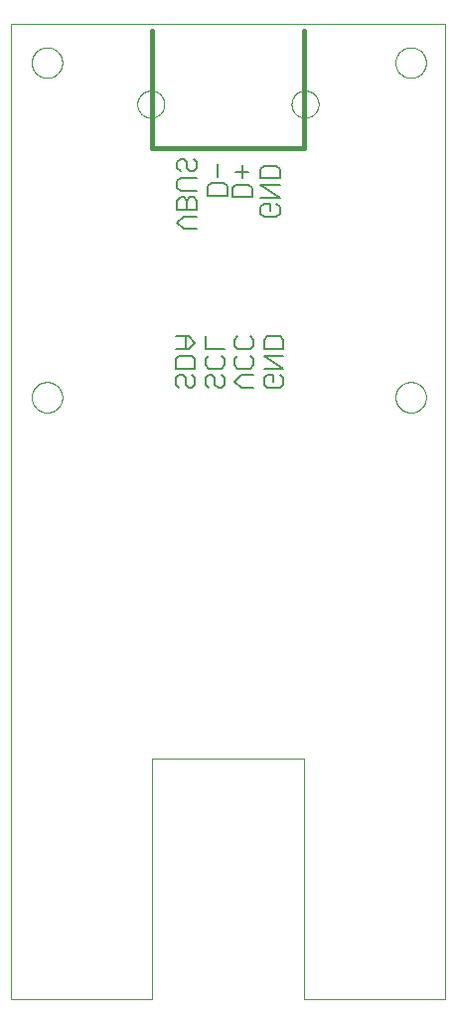
<source format=gbo>
G75*
%MOIN*%
%OFA0B0*%
%FSLAX25Y25*%
%IPPOS*%
%LPD*%
%AMOC8*
5,1,8,0,0,1.08239X$1,22.5*
%
%ADD10C,0.00000*%
%ADD11C,0.00600*%
%ADD12C,0.01600*%
D10*
X0001000Y0006757D02*
X0048244Y0006757D01*
X0048244Y0087309D01*
X0099425Y0087309D01*
X0099425Y0006757D01*
X0146669Y0006757D01*
X0146669Y0333608D01*
X0001000Y0333608D01*
X0001000Y0006757D01*
X0048244Y0006600D02*
X0048244Y0006757D01*
X0099425Y0006757D02*
X0099425Y0006600D01*
X0130060Y0208547D02*
X0130062Y0208690D01*
X0130068Y0208833D01*
X0130078Y0208975D01*
X0130092Y0209117D01*
X0130110Y0209259D01*
X0130132Y0209401D01*
X0130157Y0209541D01*
X0130187Y0209681D01*
X0130221Y0209820D01*
X0130258Y0209958D01*
X0130300Y0210095D01*
X0130345Y0210230D01*
X0130394Y0210364D01*
X0130446Y0210497D01*
X0130502Y0210629D01*
X0130562Y0210758D01*
X0130626Y0210886D01*
X0130693Y0211013D01*
X0130764Y0211137D01*
X0130838Y0211259D01*
X0130915Y0211379D01*
X0130996Y0211497D01*
X0131080Y0211613D01*
X0131167Y0211726D01*
X0131257Y0211837D01*
X0131351Y0211945D01*
X0131447Y0212051D01*
X0131546Y0212153D01*
X0131649Y0212253D01*
X0131753Y0212350D01*
X0131861Y0212445D01*
X0131971Y0212536D01*
X0132084Y0212624D01*
X0132199Y0212708D01*
X0132316Y0212790D01*
X0132436Y0212868D01*
X0132557Y0212943D01*
X0132681Y0213015D01*
X0132807Y0213083D01*
X0132934Y0213147D01*
X0133064Y0213208D01*
X0133195Y0213265D01*
X0133327Y0213319D01*
X0133461Y0213368D01*
X0133596Y0213415D01*
X0133733Y0213457D01*
X0133871Y0213495D01*
X0134009Y0213530D01*
X0134149Y0213560D01*
X0134289Y0213587D01*
X0134430Y0213610D01*
X0134572Y0213629D01*
X0134714Y0213644D01*
X0134857Y0213655D01*
X0134999Y0213662D01*
X0135142Y0213665D01*
X0135285Y0213664D01*
X0135428Y0213659D01*
X0135571Y0213650D01*
X0135713Y0213637D01*
X0135855Y0213620D01*
X0135996Y0213599D01*
X0136137Y0213574D01*
X0136277Y0213546D01*
X0136416Y0213513D01*
X0136554Y0213476D01*
X0136691Y0213436D01*
X0136827Y0213392D01*
X0136962Y0213344D01*
X0137095Y0213292D01*
X0137227Y0213237D01*
X0137357Y0213178D01*
X0137486Y0213115D01*
X0137612Y0213049D01*
X0137737Y0212979D01*
X0137860Y0212906D01*
X0137980Y0212830D01*
X0138099Y0212750D01*
X0138215Y0212666D01*
X0138329Y0212580D01*
X0138440Y0212490D01*
X0138549Y0212398D01*
X0138655Y0212302D01*
X0138759Y0212204D01*
X0138860Y0212102D01*
X0138957Y0211998D01*
X0139052Y0211891D01*
X0139144Y0211782D01*
X0139233Y0211670D01*
X0139319Y0211555D01*
X0139401Y0211439D01*
X0139480Y0211319D01*
X0139556Y0211198D01*
X0139628Y0211075D01*
X0139697Y0210950D01*
X0139762Y0210823D01*
X0139824Y0210694D01*
X0139882Y0210563D01*
X0139937Y0210431D01*
X0139987Y0210297D01*
X0140034Y0210162D01*
X0140078Y0210026D01*
X0140117Y0209889D01*
X0140152Y0209750D01*
X0140184Y0209611D01*
X0140212Y0209471D01*
X0140236Y0209330D01*
X0140256Y0209188D01*
X0140272Y0209046D01*
X0140284Y0208904D01*
X0140292Y0208761D01*
X0140296Y0208618D01*
X0140296Y0208476D01*
X0140292Y0208333D01*
X0140284Y0208190D01*
X0140272Y0208048D01*
X0140256Y0207906D01*
X0140236Y0207764D01*
X0140212Y0207623D01*
X0140184Y0207483D01*
X0140152Y0207344D01*
X0140117Y0207205D01*
X0140078Y0207068D01*
X0140034Y0206932D01*
X0139987Y0206797D01*
X0139937Y0206663D01*
X0139882Y0206531D01*
X0139824Y0206400D01*
X0139762Y0206271D01*
X0139697Y0206144D01*
X0139628Y0206019D01*
X0139556Y0205896D01*
X0139480Y0205775D01*
X0139401Y0205655D01*
X0139319Y0205539D01*
X0139233Y0205424D01*
X0139144Y0205312D01*
X0139052Y0205203D01*
X0138957Y0205096D01*
X0138860Y0204992D01*
X0138759Y0204890D01*
X0138655Y0204792D01*
X0138549Y0204696D01*
X0138440Y0204604D01*
X0138329Y0204514D01*
X0138215Y0204428D01*
X0138099Y0204344D01*
X0137980Y0204264D01*
X0137860Y0204188D01*
X0137737Y0204115D01*
X0137612Y0204045D01*
X0137486Y0203979D01*
X0137357Y0203916D01*
X0137227Y0203857D01*
X0137095Y0203802D01*
X0136962Y0203750D01*
X0136827Y0203702D01*
X0136691Y0203658D01*
X0136554Y0203618D01*
X0136416Y0203581D01*
X0136277Y0203548D01*
X0136137Y0203520D01*
X0135996Y0203495D01*
X0135855Y0203474D01*
X0135713Y0203457D01*
X0135571Y0203444D01*
X0135428Y0203435D01*
X0135285Y0203430D01*
X0135142Y0203429D01*
X0134999Y0203432D01*
X0134857Y0203439D01*
X0134714Y0203450D01*
X0134572Y0203465D01*
X0134430Y0203484D01*
X0134289Y0203507D01*
X0134149Y0203534D01*
X0134009Y0203564D01*
X0133871Y0203599D01*
X0133733Y0203637D01*
X0133596Y0203679D01*
X0133461Y0203726D01*
X0133327Y0203775D01*
X0133195Y0203829D01*
X0133064Y0203886D01*
X0132934Y0203947D01*
X0132807Y0204011D01*
X0132681Y0204079D01*
X0132557Y0204151D01*
X0132436Y0204226D01*
X0132316Y0204304D01*
X0132199Y0204386D01*
X0132084Y0204470D01*
X0131971Y0204558D01*
X0131861Y0204649D01*
X0131753Y0204744D01*
X0131649Y0204841D01*
X0131546Y0204941D01*
X0131447Y0205043D01*
X0131351Y0205149D01*
X0131257Y0205257D01*
X0131167Y0205368D01*
X0131080Y0205481D01*
X0130996Y0205597D01*
X0130915Y0205715D01*
X0130838Y0205835D01*
X0130764Y0205957D01*
X0130693Y0206081D01*
X0130626Y0206208D01*
X0130562Y0206336D01*
X0130502Y0206465D01*
X0130446Y0206597D01*
X0130394Y0206730D01*
X0130345Y0206864D01*
X0130300Y0206999D01*
X0130258Y0207136D01*
X0130221Y0207274D01*
X0130187Y0207413D01*
X0130157Y0207553D01*
X0130132Y0207693D01*
X0130110Y0207835D01*
X0130092Y0207977D01*
X0130078Y0208119D01*
X0130068Y0208261D01*
X0130062Y0208404D01*
X0130060Y0208547D01*
X0095173Y0306837D02*
X0095175Y0306971D01*
X0095181Y0307105D01*
X0095191Y0307239D01*
X0095205Y0307373D01*
X0095223Y0307506D01*
X0095244Y0307638D01*
X0095270Y0307770D01*
X0095300Y0307901D01*
X0095333Y0308031D01*
X0095370Y0308159D01*
X0095412Y0308287D01*
X0095456Y0308414D01*
X0095505Y0308539D01*
X0095557Y0308662D01*
X0095613Y0308784D01*
X0095673Y0308905D01*
X0095736Y0309023D01*
X0095802Y0309140D01*
X0095872Y0309254D01*
X0095945Y0309367D01*
X0096022Y0309477D01*
X0096102Y0309585D01*
X0096185Y0309690D01*
X0096271Y0309793D01*
X0096360Y0309893D01*
X0096452Y0309991D01*
X0096547Y0310086D01*
X0096645Y0310178D01*
X0096745Y0310267D01*
X0096848Y0310353D01*
X0096953Y0310436D01*
X0097061Y0310516D01*
X0097171Y0310593D01*
X0097284Y0310666D01*
X0097398Y0310736D01*
X0097515Y0310802D01*
X0097633Y0310865D01*
X0097754Y0310925D01*
X0097876Y0310981D01*
X0097999Y0311033D01*
X0098124Y0311082D01*
X0098251Y0311126D01*
X0098379Y0311168D01*
X0098507Y0311205D01*
X0098637Y0311238D01*
X0098768Y0311268D01*
X0098900Y0311294D01*
X0099032Y0311315D01*
X0099165Y0311333D01*
X0099299Y0311347D01*
X0099433Y0311357D01*
X0099567Y0311363D01*
X0099701Y0311365D01*
X0099835Y0311363D01*
X0099969Y0311357D01*
X0100103Y0311347D01*
X0100237Y0311333D01*
X0100370Y0311315D01*
X0100502Y0311294D01*
X0100634Y0311268D01*
X0100765Y0311238D01*
X0100895Y0311205D01*
X0101023Y0311168D01*
X0101151Y0311126D01*
X0101278Y0311082D01*
X0101403Y0311033D01*
X0101526Y0310981D01*
X0101648Y0310925D01*
X0101769Y0310865D01*
X0101887Y0310802D01*
X0102004Y0310736D01*
X0102118Y0310666D01*
X0102231Y0310593D01*
X0102341Y0310516D01*
X0102449Y0310436D01*
X0102554Y0310353D01*
X0102657Y0310267D01*
X0102757Y0310178D01*
X0102855Y0310086D01*
X0102950Y0309991D01*
X0103042Y0309893D01*
X0103131Y0309793D01*
X0103217Y0309690D01*
X0103300Y0309585D01*
X0103380Y0309477D01*
X0103457Y0309367D01*
X0103530Y0309254D01*
X0103600Y0309140D01*
X0103666Y0309023D01*
X0103729Y0308905D01*
X0103789Y0308784D01*
X0103845Y0308662D01*
X0103897Y0308539D01*
X0103946Y0308414D01*
X0103990Y0308287D01*
X0104032Y0308159D01*
X0104069Y0308031D01*
X0104102Y0307901D01*
X0104132Y0307770D01*
X0104158Y0307638D01*
X0104179Y0307506D01*
X0104197Y0307373D01*
X0104211Y0307239D01*
X0104221Y0307105D01*
X0104227Y0306971D01*
X0104229Y0306837D01*
X0104227Y0306703D01*
X0104221Y0306569D01*
X0104211Y0306435D01*
X0104197Y0306301D01*
X0104179Y0306168D01*
X0104158Y0306036D01*
X0104132Y0305904D01*
X0104102Y0305773D01*
X0104069Y0305643D01*
X0104032Y0305515D01*
X0103990Y0305387D01*
X0103946Y0305260D01*
X0103897Y0305135D01*
X0103845Y0305012D01*
X0103789Y0304890D01*
X0103729Y0304769D01*
X0103666Y0304651D01*
X0103600Y0304534D01*
X0103530Y0304420D01*
X0103457Y0304307D01*
X0103380Y0304197D01*
X0103300Y0304089D01*
X0103217Y0303984D01*
X0103131Y0303881D01*
X0103042Y0303781D01*
X0102950Y0303683D01*
X0102855Y0303588D01*
X0102757Y0303496D01*
X0102657Y0303407D01*
X0102554Y0303321D01*
X0102449Y0303238D01*
X0102341Y0303158D01*
X0102231Y0303081D01*
X0102118Y0303008D01*
X0102004Y0302938D01*
X0101887Y0302872D01*
X0101769Y0302809D01*
X0101648Y0302749D01*
X0101526Y0302693D01*
X0101403Y0302641D01*
X0101278Y0302592D01*
X0101151Y0302548D01*
X0101023Y0302506D01*
X0100895Y0302469D01*
X0100765Y0302436D01*
X0100634Y0302406D01*
X0100502Y0302380D01*
X0100370Y0302359D01*
X0100237Y0302341D01*
X0100103Y0302327D01*
X0099969Y0302317D01*
X0099835Y0302311D01*
X0099701Y0302309D01*
X0099567Y0302311D01*
X0099433Y0302317D01*
X0099299Y0302327D01*
X0099165Y0302341D01*
X0099032Y0302359D01*
X0098900Y0302380D01*
X0098768Y0302406D01*
X0098637Y0302436D01*
X0098507Y0302469D01*
X0098379Y0302506D01*
X0098251Y0302548D01*
X0098124Y0302592D01*
X0097999Y0302641D01*
X0097876Y0302693D01*
X0097754Y0302749D01*
X0097633Y0302809D01*
X0097515Y0302872D01*
X0097398Y0302938D01*
X0097284Y0303008D01*
X0097171Y0303081D01*
X0097061Y0303158D01*
X0096953Y0303238D01*
X0096848Y0303321D01*
X0096745Y0303407D01*
X0096645Y0303496D01*
X0096547Y0303588D01*
X0096452Y0303683D01*
X0096360Y0303781D01*
X0096271Y0303881D01*
X0096185Y0303984D01*
X0096102Y0304089D01*
X0096022Y0304197D01*
X0095945Y0304307D01*
X0095872Y0304420D01*
X0095802Y0304534D01*
X0095736Y0304651D01*
X0095673Y0304769D01*
X0095613Y0304890D01*
X0095557Y0305012D01*
X0095505Y0305135D01*
X0095456Y0305260D01*
X0095412Y0305387D01*
X0095370Y0305515D01*
X0095333Y0305643D01*
X0095300Y0305773D01*
X0095270Y0305904D01*
X0095244Y0306036D01*
X0095223Y0306168D01*
X0095205Y0306301D01*
X0095191Y0306435D01*
X0095181Y0306569D01*
X0095175Y0306703D01*
X0095173Y0306837D01*
X0130060Y0320752D02*
X0130062Y0320895D01*
X0130068Y0321038D01*
X0130078Y0321180D01*
X0130092Y0321322D01*
X0130110Y0321464D01*
X0130132Y0321606D01*
X0130157Y0321746D01*
X0130187Y0321886D01*
X0130221Y0322025D01*
X0130258Y0322163D01*
X0130300Y0322300D01*
X0130345Y0322435D01*
X0130394Y0322569D01*
X0130446Y0322702D01*
X0130502Y0322834D01*
X0130562Y0322963D01*
X0130626Y0323091D01*
X0130693Y0323218D01*
X0130764Y0323342D01*
X0130838Y0323464D01*
X0130915Y0323584D01*
X0130996Y0323702D01*
X0131080Y0323818D01*
X0131167Y0323931D01*
X0131257Y0324042D01*
X0131351Y0324150D01*
X0131447Y0324256D01*
X0131546Y0324358D01*
X0131649Y0324458D01*
X0131753Y0324555D01*
X0131861Y0324650D01*
X0131971Y0324741D01*
X0132084Y0324829D01*
X0132199Y0324913D01*
X0132316Y0324995D01*
X0132436Y0325073D01*
X0132557Y0325148D01*
X0132681Y0325220D01*
X0132807Y0325288D01*
X0132934Y0325352D01*
X0133064Y0325413D01*
X0133195Y0325470D01*
X0133327Y0325524D01*
X0133461Y0325573D01*
X0133596Y0325620D01*
X0133733Y0325662D01*
X0133871Y0325700D01*
X0134009Y0325735D01*
X0134149Y0325765D01*
X0134289Y0325792D01*
X0134430Y0325815D01*
X0134572Y0325834D01*
X0134714Y0325849D01*
X0134857Y0325860D01*
X0134999Y0325867D01*
X0135142Y0325870D01*
X0135285Y0325869D01*
X0135428Y0325864D01*
X0135571Y0325855D01*
X0135713Y0325842D01*
X0135855Y0325825D01*
X0135996Y0325804D01*
X0136137Y0325779D01*
X0136277Y0325751D01*
X0136416Y0325718D01*
X0136554Y0325681D01*
X0136691Y0325641D01*
X0136827Y0325597D01*
X0136962Y0325549D01*
X0137095Y0325497D01*
X0137227Y0325442D01*
X0137357Y0325383D01*
X0137486Y0325320D01*
X0137612Y0325254D01*
X0137737Y0325184D01*
X0137860Y0325111D01*
X0137980Y0325035D01*
X0138099Y0324955D01*
X0138215Y0324871D01*
X0138329Y0324785D01*
X0138440Y0324695D01*
X0138549Y0324603D01*
X0138655Y0324507D01*
X0138759Y0324409D01*
X0138860Y0324307D01*
X0138957Y0324203D01*
X0139052Y0324096D01*
X0139144Y0323987D01*
X0139233Y0323875D01*
X0139319Y0323760D01*
X0139401Y0323644D01*
X0139480Y0323524D01*
X0139556Y0323403D01*
X0139628Y0323280D01*
X0139697Y0323155D01*
X0139762Y0323028D01*
X0139824Y0322899D01*
X0139882Y0322768D01*
X0139937Y0322636D01*
X0139987Y0322502D01*
X0140034Y0322367D01*
X0140078Y0322231D01*
X0140117Y0322094D01*
X0140152Y0321955D01*
X0140184Y0321816D01*
X0140212Y0321676D01*
X0140236Y0321535D01*
X0140256Y0321393D01*
X0140272Y0321251D01*
X0140284Y0321109D01*
X0140292Y0320966D01*
X0140296Y0320823D01*
X0140296Y0320681D01*
X0140292Y0320538D01*
X0140284Y0320395D01*
X0140272Y0320253D01*
X0140256Y0320111D01*
X0140236Y0319969D01*
X0140212Y0319828D01*
X0140184Y0319688D01*
X0140152Y0319549D01*
X0140117Y0319410D01*
X0140078Y0319273D01*
X0140034Y0319137D01*
X0139987Y0319002D01*
X0139937Y0318868D01*
X0139882Y0318736D01*
X0139824Y0318605D01*
X0139762Y0318476D01*
X0139697Y0318349D01*
X0139628Y0318224D01*
X0139556Y0318101D01*
X0139480Y0317980D01*
X0139401Y0317860D01*
X0139319Y0317744D01*
X0139233Y0317629D01*
X0139144Y0317517D01*
X0139052Y0317408D01*
X0138957Y0317301D01*
X0138860Y0317197D01*
X0138759Y0317095D01*
X0138655Y0316997D01*
X0138549Y0316901D01*
X0138440Y0316809D01*
X0138329Y0316719D01*
X0138215Y0316633D01*
X0138099Y0316549D01*
X0137980Y0316469D01*
X0137860Y0316393D01*
X0137737Y0316320D01*
X0137612Y0316250D01*
X0137486Y0316184D01*
X0137357Y0316121D01*
X0137227Y0316062D01*
X0137095Y0316007D01*
X0136962Y0315955D01*
X0136827Y0315907D01*
X0136691Y0315863D01*
X0136554Y0315823D01*
X0136416Y0315786D01*
X0136277Y0315753D01*
X0136137Y0315725D01*
X0135996Y0315700D01*
X0135855Y0315679D01*
X0135713Y0315662D01*
X0135571Y0315649D01*
X0135428Y0315640D01*
X0135285Y0315635D01*
X0135142Y0315634D01*
X0134999Y0315637D01*
X0134857Y0315644D01*
X0134714Y0315655D01*
X0134572Y0315670D01*
X0134430Y0315689D01*
X0134289Y0315712D01*
X0134149Y0315739D01*
X0134009Y0315769D01*
X0133871Y0315804D01*
X0133733Y0315842D01*
X0133596Y0315884D01*
X0133461Y0315931D01*
X0133327Y0315980D01*
X0133195Y0316034D01*
X0133064Y0316091D01*
X0132934Y0316152D01*
X0132807Y0316216D01*
X0132681Y0316284D01*
X0132557Y0316356D01*
X0132436Y0316431D01*
X0132316Y0316509D01*
X0132199Y0316591D01*
X0132084Y0316675D01*
X0131971Y0316763D01*
X0131861Y0316854D01*
X0131753Y0316949D01*
X0131649Y0317046D01*
X0131546Y0317146D01*
X0131447Y0317248D01*
X0131351Y0317354D01*
X0131257Y0317462D01*
X0131167Y0317573D01*
X0131080Y0317686D01*
X0130996Y0317802D01*
X0130915Y0317920D01*
X0130838Y0318040D01*
X0130764Y0318162D01*
X0130693Y0318286D01*
X0130626Y0318413D01*
X0130562Y0318541D01*
X0130502Y0318670D01*
X0130446Y0318802D01*
X0130394Y0318935D01*
X0130345Y0319069D01*
X0130300Y0319204D01*
X0130258Y0319341D01*
X0130221Y0319479D01*
X0130187Y0319618D01*
X0130157Y0319758D01*
X0130132Y0319898D01*
X0130110Y0320040D01*
X0130092Y0320182D01*
X0130078Y0320324D01*
X0130068Y0320466D01*
X0130062Y0320609D01*
X0130060Y0320752D01*
X0043441Y0306837D02*
X0043443Y0306971D01*
X0043449Y0307105D01*
X0043459Y0307239D01*
X0043473Y0307373D01*
X0043491Y0307506D01*
X0043512Y0307638D01*
X0043538Y0307770D01*
X0043568Y0307901D01*
X0043601Y0308031D01*
X0043638Y0308159D01*
X0043680Y0308287D01*
X0043724Y0308414D01*
X0043773Y0308539D01*
X0043825Y0308662D01*
X0043881Y0308784D01*
X0043941Y0308905D01*
X0044004Y0309023D01*
X0044070Y0309140D01*
X0044140Y0309254D01*
X0044213Y0309367D01*
X0044290Y0309477D01*
X0044370Y0309585D01*
X0044453Y0309690D01*
X0044539Y0309793D01*
X0044628Y0309893D01*
X0044720Y0309991D01*
X0044815Y0310086D01*
X0044913Y0310178D01*
X0045013Y0310267D01*
X0045116Y0310353D01*
X0045221Y0310436D01*
X0045329Y0310516D01*
X0045439Y0310593D01*
X0045552Y0310666D01*
X0045666Y0310736D01*
X0045783Y0310802D01*
X0045901Y0310865D01*
X0046022Y0310925D01*
X0046144Y0310981D01*
X0046267Y0311033D01*
X0046392Y0311082D01*
X0046519Y0311126D01*
X0046647Y0311168D01*
X0046775Y0311205D01*
X0046905Y0311238D01*
X0047036Y0311268D01*
X0047168Y0311294D01*
X0047300Y0311315D01*
X0047433Y0311333D01*
X0047567Y0311347D01*
X0047701Y0311357D01*
X0047835Y0311363D01*
X0047969Y0311365D01*
X0048103Y0311363D01*
X0048237Y0311357D01*
X0048371Y0311347D01*
X0048505Y0311333D01*
X0048638Y0311315D01*
X0048770Y0311294D01*
X0048902Y0311268D01*
X0049033Y0311238D01*
X0049163Y0311205D01*
X0049291Y0311168D01*
X0049419Y0311126D01*
X0049546Y0311082D01*
X0049671Y0311033D01*
X0049794Y0310981D01*
X0049916Y0310925D01*
X0050037Y0310865D01*
X0050155Y0310802D01*
X0050272Y0310736D01*
X0050386Y0310666D01*
X0050499Y0310593D01*
X0050609Y0310516D01*
X0050717Y0310436D01*
X0050822Y0310353D01*
X0050925Y0310267D01*
X0051025Y0310178D01*
X0051123Y0310086D01*
X0051218Y0309991D01*
X0051310Y0309893D01*
X0051399Y0309793D01*
X0051485Y0309690D01*
X0051568Y0309585D01*
X0051648Y0309477D01*
X0051725Y0309367D01*
X0051798Y0309254D01*
X0051868Y0309140D01*
X0051934Y0309023D01*
X0051997Y0308905D01*
X0052057Y0308784D01*
X0052113Y0308662D01*
X0052165Y0308539D01*
X0052214Y0308414D01*
X0052258Y0308287D01*
X0052300Y0308159D01*
X0052337Y0308031D01*
X0052370Y0307901D01*
X0052400Y0307770D01*
X0052426Y0307638D01*
X0052447Y0307506D01*
X0052465Y0307373D01*
X0052479Y0307239D01*
X0052489Y0307105D01*
X0052495Y0306971D01*
X0052497Y0306837D01*
X0052495Y0306703D01*
X0052489Y0306569D01*
X0052479Y0306435D01*
X0052465Y0306301D01*
X0052447Y0306168D01*
X0052426Y0306036D01*
X0052400Y0305904D01*
X0052370Y0305773D01*
X0052337Y0305643D01*
X0052300Y0305515D01*
X0052258Y0305387D01*
X0052214Y0305260D01*
X0052165Y0305135D01*
X0052113Y0305012D01*
X0052057Y0304890D01*
X0051997Y0304769D01*
X0051934Y0304651D01*
X0051868Y0304534D01*
X0051798Y0304420D01*
X0051725Y0304307D01*
X0051648Y0304197D01*
X0051568Y0304089D01*
X0051485Y0303984D01*
X0051399Y0303881D01*
X0051310Y0303781D01*
X0051218Y0303683D01*
X0051123Y0303588D01*
X0051025Y0303496D01*
X0050925Y0303407D01*
X0050822Y0303321D01*
X0050717Y0303238D01*
X0050609Y0303158D01*
X0050499Y0303081D01*
X0050386Y0303008D01*
X0050272Y0302938D01*
X0050155Y0302872D01*
X0050037Y0302809D01*
X0049916Y0302749D01*
X0049794Y0302693D01*
X0049671Y0302641D01*
X0049546Y0302592D01*
X0049419Y0302548D01*
X0049291Y0302506D01*
X0049163Y0302469D01*
X0049033Y0302436D01*
X0048902Y0302406D01*
X0048770Y0302380D01*
X0048638Y0302359D01*
X0048505Y0302341D01*
X0048371Y0302327D01*
X0048237Y0302317D01*
X0048103Y0302311D01*
X0047969Y0302309D01*
X0047835Y0302311D01*
X0047701Y0302317D01*
X0047567Y0302327D01*
X0047433Y0302341D01*
X0047300Y0302359D01*
X0047168Y0302380D01*
X0047036Y0302406D01*
X0046905Y0302436D01*
X0046775Y0302469D01*
X0046647Y0302506D01*
X0046519Y0302548D01*
X0046392Y0302592D01*
X0046267Y0302641D01*
X0046144Y0302693D01*
X0046022Y0302749D01*
X0045901Y0302809D01*
X0045783Y0302872D01*
X0045666Y0302938D01*
X0045552Y0303008D01*
X0045439Y0303081D01*
X0045329Y0303158D01*
X0045221Y0303238D01*
X0045116Y0303321D01*
X0045013Y0303407D01*
X0044913Y0303496D01*
X0044815Y0303588D01*
X0044720Y0303683D01*
X0044628Y0303781D01*
X0044539Y0303881D01*
X0044453Y0303984D01*
X0044370Y0304089D01*
X0044290Y0304197D01*
X0044213Y0304307D01*
X0044140Y0304420D01*
X0044070Y0304534D01*
X0044004Y0304651D01*
X0043941Y0304769D01*
X0043881Y0304890D01*
X0043825Y0305012D01*
X0043773Y0305135D01*
X0043724Y0305260D01*
X0043680Y0305387D01*
X0043638Y0305515D01*
X0043601Y0305643D01*
X0043568Y0305773D01*
X0043538Y0305904D01*
X0043512Y0306036D01*
X0043491Y0306168D01*
X0043473Y0306301D01*
X0043459Y0306435D01*
X0043449Y0306569D01*
X0043443Y0306703D01*
X0043441Y0306837D01*
X0008013Y0320752D02*
X0008015Y0320895D01*
X0008021Y0321038D01*
X0008031Y0321180D01*
X0008045Y0321322D01*
X0008063Y0321464D01*
X0008085Y0321606D01*
X0008110Y0321746D01*
X0008140Y0321886D01*
X0008174Y0322025D01*
X0008211Y0322163D01*
X0008253Y0322300D01*
X0008298Y0322435D01*
X0008347Y0322569D01*
X0008399Y0322702D01*
X0008455Y0322834D01*
X0008515Y0322963D01*
X0008579Y0323091D01*
X0008646Y0323218D01*
X0008717Y0323342D01*
X0008791Y0323464D01*
X0008868Y0323584D01*
X0008949Y0323702D01*
X0009033Y0323818D01*
X0009120Y0323931D01*
X0009210Y0324042D01*
X0009304Y0324150D01*
X0009400Y0324256D01*
X0009499Y0324358D01*
X0009602Y0324458D01*
X0009706Y0324555D01*
X0009814Y0324650D01*
X0009924Y0324741D01*
X0010037Y0324829D01*
X0010152Y0324913D01*
X0010269Y0324995D01*
X0010389Y0325073D01*
X0010510Y0325148D01*
X0010634Y0325220D01*
X0010760Y0325288D01*
X0010887Y0325352D01*
X0011017Y0325413D01*
X0011148Y0325470D01*
X0011280Y0325524D01*
X0011414Y0325573D01*
X0011549Y0325620D01*
X0011686Y0325662D01*
X0011824Y0325700D01*
X0011962Y0325735D01*
X0012102Y0325765D01*
X0012242Y0325792D01*
X0012383Y0325815D01*
X0012525Y0325834D01*
X0012667Y0325849D01*
X0012810Y0325860D01*
X0012952Y0325867D01*
X0013095Y0325870D01*
X0013238Y0325869D01*
X0013381Y0325864D01*
X0013524Y0325855D01*
X0013666Y0325842D01*
X0013808Y0325825D01*
X0013949Y0325804D01*
X0014090Y0325779D01*
X0014230Y0325751D01*
X0014369Y0325718D01*
X0014507Y0325681D01*
X0014644Y0325641D01*
X0014780Y0325597D01*
X0014915Y0325549D01*
X0015048Y0325497D01*
X0015180Y0325442D01*
X0015310Y0325383D01*
X0015439Y0325320D01*
X0015565Y0325254D01*
X0015690Y0325184D01*
X0015813Y0325111D01*
X0015933Y0325035D01*
X0016052Y0324955D01*
X0016168Y0324871D01*
X0016282Y0324785D01*
X0016393Y0324695D01*
X0016502Y0324603D01*
X0016608Y0324507D01*
X0016712Y0324409D01*
X0016813Y0324307D01*
X0016910Y0324203D01*
X0017005Y0324096D01*
X0017097Y0323987D01*
X0017186Y0323875D01*
X0017272Y0323760D01*
X0017354Y0323644D01*
X0017433Y0323524D01*
X0017509Y0323403D01*
X0017581Y0323280D01*
X0017650Y0323155D01*
X0017715Y0323028D01*
X0017777Y0322899D01*
X0017835Y0322768D01*
X0017890Y0322636D01*
X0017940Y0322502D01*
X0017987Y0322367D01*
X0018031Y0322231D01*
X0018070Y0322094D01*
X0018105Y0321955D01*
X0018137Y0321816D01*
X0018165Y0321676D01*
X0018189Y0321535D01*
X0018209Y0321393D01*
X0018225Y0321251D01*
X0018237Y0321109D01*
X0018245Y0320966D01*
X0018249Y0320823D01*
X0018249Y0320681D01*
X0018245Y0320538D01*
X0018237Y0320395D01*
X0018225Y0320253D01*
X0018209Y0320111D01*
X0018189Y0319969D01*
X0018165Y0319828D01*
X0018137Y0319688D01*
X0018105Y0319549D01*
X0018070Y0319410D01*
X0018031Y0319273D01*
X0017987Y0319137D01*
X0017940Y0319002D01*
X0017890Y0318868D01*
X0017835Y0318736D01*
X0017777Y0318605D01*
X0017715Y0318476D01*
X0017650Y0318349D01*
X0017581Y0318224D01*
X0017509Y0318101D01*
X0017433Y0317980D01*
X0017354Y0317860D01*
X0017272Y0317744D01*
X0017186Y0317629D01*
X0017097Y0317517D01*
X0017005Y0317408D01*
X0016910Y0317301D01*
X0016813Y0317197D01*
X0016712Y0317095D01*
X0016608Y0316997D01*
X0016502Y0316901D01*
X0016393Y0316809D01*
X0016282Y0316719D01*
X0016168Y0316633D01*
X0016052Y0316549D01*
X0015933Y0316469D01*
X0015813Y0316393D01*
X0015690Y0316320D01*
X0015565Y0316250D01*
X0015439Y0316184D01*
X0015310Y0316121D01*
X0015180Y0316062D01*
X0015048Y0316007D01*
X0014915Y0315955D01*
X0014780Y0315907D01*
X0014644Y0315863D01*
X0014507Y0315823D01*
X0014369Y0315786D01*
X0014230Y0315753D01*
X0014090Y0315725D01*
X0013949Y0315700D01*
X0013808Y0315679D01*
X0013666Y0315662D01*
X0013524Y0315649D01*
X0013381Y0315640D01*
X0013238Y0315635D01*
X0013095Y0315634D01*
X0012952Y0315637D01*
X0012810Y0315644D01*
X0012667Y0315655D01*
X0012525Y0315670D01*
X0012383Y0315689D01*
X0012242Y0315712D01*
X0012102Y0315739D01*
X0011962Y0315769D01*
X0011824Y0315804D01*
X0011686Y0315842D01*
X0011549Y0315884D01*
X0011414Y0315931D01*
X0011280Y0315980D01*
X0011148Y0316034D01*
X0011017Y0316091D01*
X0010887Y0316152D01*
X0010760Y0316216D01*
X0010634Y0316284D01*
X0010510Y0316356D01*
X0010389Y0316431D01*
X0010269Y0316509D01*
X0010152Y0316591D01*
X0010037Y0316675D01*
X0009924Y0316763D01*
X0009814Y0316854D01*
X0009706Y0316949D01*
X0009602Y0317046D01*
X0009499Y0317146D01*
X0009400Y0317248D01*
X0009304Y0317354D01*
X0009210Y0317462D01*
X0009120Y0317573D01*
X0009033Y0317686D01*
X0008949Y0317802D01*
X0008868Y0317920D01*
X0008791Y0318040D01*
X0008717Y0318162D01*
X0008646Y0318286D01*
X0008579Y0318413D01*
X0008515Y0318541D01*
X0008455Y0318670D01*
X0008399Y0318802D01*
X0008347Y0318935D01*
X0008298Y0319069D01*
X0008253Y0319204D01*
X0008211Y0319341D01*
X0008174Y0319479D01*
X0008140Y0319618D01*
X0008110Y0319758D01*
X0008085Y0319898D01*
X0008063Y0320040D01*
X0008045Y0320182D01*
X0008031Y0320324D01*
X0008021Y0320466D01*
X0008015Y0320609D01*
X0008013Y0320752D01*
X0008013Y0208547D02*
X0008015Y0208690D01*
X0008021Y0208833D01*
X0008031Y0208975D01*
X0008045Y0209117D01*
X0008063Y0209259D01*
X0008085Y0209401D01*
X0008110Y0209541D01*
X0008140Y0209681D01*
X0008174Y0209820D01*
X0008211Y0209958D01*
X0008253Y0210095D01*
X0008298Y0210230D01*
X0008347Y0210364D01*
X0008399Y0210497D01*
X0008455Y0210629D01*
X0008515Y0210758D01*
X0008579Y0210886D01*
X0008646Y0211013D01*
X0008717Y0211137D01*
X0008791Y0211259D01*
X0008868Y0211379D01*
X0008949Y0211497D01*
X0009033Y0211613D01*
X0009120Y0211726D01*
X0009210Y0211837D01*
X0009304Y0211945D01*
X0009400Y0212051D01*
X0009499Y0212153D01*
X0009602Y0212253D01*
X0009706Y0212350D01*
X0009814Y0212445D01*
X0009924Y0212536D01*
X0010037Y0212624D01*
X0010152Y0212708D01*
X0010269Y0212790D01*
X0010389Y0212868D01*
X0010510Y0212943D01*
X0010634Y0213015D01*
X0010760Y0213083D01*
X0010887Y0213147D01*
X0011017Y0213208D01*
X0011148Y0213265D01*
X0011280Y0213319D01*
X0011414Y0213368D01*
X0011549Y0213415D01*
X0011686Y0213457D01*
X0011824Y0213495D01*
X0011962Y0213530D01*
X0012102Y0213560D01*
X0012242Y0213587D01*
X0012383Y0213610D01*
X0012525Y0213629D01*
X0012667Y0213644D01*
X0012810Y0213655D01*
X0012952Y0213662D01*
X0013095Y0213665D01*
X0013238Y0213664D01*
X0013381Y0213659D01*
X0013524Y0213650D01*
X0013666Y0213637D01*
X0013808Y0213620D01*
X0013949Y0213599D01*
X0014090Y0213574D01*
X0014230Y0213546D01*
X0014369Y0213513D01*
X0014507Y0213476D01*
X0014644Y0213436D01*
X0014780Y0213392D01*
X0014915Y0213344D01*
X0015048Y0213292D01*
X0015180Y0213237D01*
X0015310Y0213178D01*
X0015439Y0213115D01*
X0015565Y0213049D01*
X0015690Y0212979D01*
X0015813Y0212906D01*
X0015933Y0212830D01*
X0016052Y0212750D01*
X0016168Y0212666D01*
X0016282Y0212580D01*
X0016393Y0212490D01*
X0016502Y0212398D01*
X0016608Y0212302D01*
X0016712Y0212204D01*
X0016813Y0212102D01*
X0016910Y0211998D01*
X0017005Y0211891D01*
X0017097Y0211782D01*
X0017186Y0211670D01*
X0017272Y0211555D01*
X0017354Y0211439D01*
X0017433Y0211319D01*
X0017509Y0211198D01*
X0017581Y0211075D01*
X0017650Y0210950D01*
X0017715Y0210823D01*
X0017777Y0210694D01*
X0017835Y0210563D01*
X0017890Y0210431D01*
X0017940Y0210297D01*
X0017987Y0210162D01*
X0018031Y0210026D01*
X0018070Y0209889D01*
X0018105Y0209750D01*
X0018137Y0209611D01*
X0018165Y0209471D01*
X0018189Y0209330D01*
X0018209Y0209188D01*
X0018225Y0209046D01*
X0018237Y0208904D01*
X0018245Y0208761D01*
X0018249Y0208618D01*
X0018249Y0208476D01*
X0018245Y0208333D01*
X0018237Y0208190D01*
X0018225Y0208048D01*
X0018209Y0207906D01*
X0018189Y0207764D01*
X0018165Y0207623D01*
X0018137Y0207483D01*
X0018105Y0207344D01*
X0018070Y0207205D01*
X0018031Y0207068D01*
X0017987Y0206932D01*
X0017940Y0206797D01*
X0017890Y0206663D01*
X0017835Y0206531D01*
X0017777Y0206400D01*
X0017715Y0206271D01*
X0017650Y0206144D01*
X0017581Y0206019D01*
X0017509Y0205896D01*
X0017433Y0205775D01*
X0017354Y0205655D01*
X0017272Y0205539D01*
X0017186Y0205424D01*
X0017097Y0205312D01*
X0017005Y0205203D01*
X0016910Y0205096D01*
X0016813Y0204992D01*
X0016712Y0204890D01*
X0016608Y0204792D01*
X0016502Y0204696D01*
X0016393Y0204604D01*
X0016282Y0204514D01*
X0016168Y0204428D01*
X0016052Y0204344D01*
X0015933Y0204264D01*
X0015813Y0204188D01*
X0015690Y0204115D01*
X0015565Y0204045D01*
X0015439Y0203979D01*
X0015310Y0203916D01*
X0015180Y0203857D01*
X0015048Y0203802D01*
X0014915Y0203750D01*
X0014780Y0203702D01*
X0014644Y0203658D01*
X0014507Y0203618D01*
X0014369Y0203581D01*
X0014230Y0203548D01*
X0014090Y0203520D01*
X0013949Y0203495D01*
X0013808Y0203474D01*
X0013666Y0203457D01*
X0013524Y0203444D01*
X0013381Y0203435D01*
X0013238Y0203430D01*
X0013095Y0203429D01*
X0012952Y0203432D01*
X0012810Y0203439D01*
X0012667Y0203450D01*
X0012525Y0203465D01*
X0012383Y0203484D01*
X0012242Y0203507D01*
X0012102Y0203534D01*
X0011962Y0203564D01*
X0011824Y0203599D01*
X0011686Y0203637D01*
X0011549Y0203679D01*
X0011414Y0203726D01*
X0011280Y0203775D01*
X0011148Y0203829D01*
X0011017Y0203886D01*
X0010887Y0203947D01*
X0010760Y0204011D01*
X0010634Y0204079D01*
X0010510Y0204151D01*
X0010389Y0204226D01*
X0010269Y0204304D01*
X0010152Y0204386D01*
X0010037Y0204470D01*
X0009924Y0204558D01*
X0009814Y0204649D01*
X0009706Y0204744D01*
X0009602Y0204841D01*
X0009499Y0204941D01*
X0009400Y0205043D01*
X0009304Y0205149D01*
X0009210Y0205257D01*
X0009120Y0205368D01*
X0009033Y0205481D01*
X0008949Y0205597D01*
X0008868Y0205715D01*
X0008791Y0205835D01*
X0008717Y0205957D01*
X0008646Y0206081D01*
X0008579Y0206208D01*
X0008515Y0206336D01*
X0008455Y0206465D01*
X0008399Y0206597D01*
X0008347Y0206730D01*
X0008298Y0206864D01*
X0008253Y0206999D01*
X0008211Y0207136D01*
X0008174Y0207274D01*
X0008140Y0207413D01*
X0008110Y0207553D01*
X0008085Y0207693D01*
X0008063Y0207835D01*
X0008045Y0207977D01*
X0008031Y0208119D01*
X0008021Y0208261D01*
X0008015Y0208404D01*
X0008013Y0208547D01*
D11*
X0056418Y0212849D02*
X0057486Y0211782D01*
X0056418Y0212849D02*
X0056418Y0214985D01*
X0057486Y0216052D01*
X0058553Y0216052D01*
X0059621Y0214985D01*
X0059621Y0212849D01*
X0060688Y0211782D01*
X0061756Y0211782D01*
X0062824Y0212849D01*
X0062824Y0214985D01*
X0061756Y0216052D01*
X0062824Y0218227D02*
X0062824Y0221430D01*
X0061756Y0222498D01*
X0057486Y0222498D01*
X0056418Y0221430D01*
X0056418Y0218227D01*
X0062824Y0218227D01*
X0066261Y0219295D02*
X0066261Y0221430D01*
X0067328Y0222498D01*
X0066261Y0224673D02*
X0066261Y0228943D01*
X0066261Y0224673D02*
X0072666Y0224673D01*
X0071599Y0222498D02*
X0072666Y0221430D01*
X0072666Y0219295D01*
X0071599Y0218227D01*
X0067328Y0218227D01*
X0066261Y0219295D01*
X0067328Y0216052D02*
X0066261Y0214985D01*
X0066261Y0212849D01*
X0067328Y0211782D01*
X0069463Y0214985D02*
X0068396Y0216052D01*
X0067328Y0216052D01*
X0069463Y0214985D02*
X0069463Y0212849D01*
X0070531Y0211782D01*
X0071599Y0211782D01*
X0072666Y0212849D01*
X0072666Y0214985D01*
X0071599Y0216052D01*
X0076103Y0213917D02*
X0078238Y0216052D01*
X0082509Y0216052D01*
X0081441Y0218227D02*
X0077171Y0218227D01*
X0076103Y0219295D01*
X0076103Y0221430D01*
X0077171Y0222498D01*
X0077171Y0224673D02*
X0076103Y0225740D01*
X0076103Y0227876D01*
X0077171Y0228943D01*
X0077171Y0224673D02*
X0081441Y0224673D01*
X0082509Y0225740D01*
X0082509Y0227876D01*
X0081441Y0228943D01*
X0081441Y0222498D02*
X0082509Y0221430D01*
X0082509Y0219295D01*
X0081441Y0218227D01*
X0082509Y0211782D02*
X0078238Y0211782D01*
X0076103Y0213917D01*
X0085946Y0212849D02*
X0085946Y0214985D01*
X0087013Y0216052D01*
X0089148Y0216052D01*
X0089148Y0213917D01*
X0087013Y0211782D02*
X0091284Y0211782D01*
X0092351Y0212849D01*
X0092351Y0214985D01*
X0091284Y0216052D01*
X0092351Y0218227D02*
X0085946Y0222498D01*
X0092351Y0222498D01*
X0092351Y0224673D02*
X0092351Y0227876D01*
X0091284Y0228943D01*
X0087013Y0228943D01*
X0085946Y0227876D01*
X0085946Y0224673D01*
X0092351Y0224673D01*
X0092351Y0218227D02*
X0085946Y0218227D01*
X0085946Y0212849D02*
X0087013Y0211782D01*
X0062824Y0226808D02*
X0060688Y0228943D01*
X0056418Y0228943D01*
X0056418Y0224673D02*
X0060688Y0224673D01*
X0062824Y0226808D01*
X0059621Y0224673D02*
X0059621Y0228943D01*
X0058989Y0264923D02*
X0056853Y0267058D01*
X0058989Y0269193D01*
X0063259Y0269193D01*
X0063259Y0271368D02*
X0063259Y0274571D01*
X0062191Y0275639D01*
X0061124Y0275639D01*
X0060056Y0274571D01*
X0060056Y0271368D01*
X0060056Y0274571D02*
X0058989Y0275639D01*
X0057921Y0275639D01*
X0056853Y0274571D01*
X0056853Y0271368D01*
X0063259Y0271368D01*
X0063259Y0277814D02*
X0057921Y0277814D01*
X0056853Y0278881D01*
X0056853Y0281017D01*
X0057921Y0282084D01*
X0063259Y0282084D01*
X0062191Y0284259D02*
X0061124Y0284259D01*
X0060056Y0285327D01*
X0060056Y0287462D01*
X0058989Y0288530D01*
X0057921Y0288530D01*
X0056853Y0287462D01*
X0056853Y0285327D01*
X0057921Y0284259D01*
X0062191Y0284259D02*
X0063259Y0285327D01*
X0063259Y0287462D01*
X0062191Y0288530D01*
X0068199Y0280342D02*
X0067131Y0279275D01*
X0067131Y0276072D01*
X0073537Y0276072D01*
X0073537Y0279275D01*
X0072469Y0280342D01*
X0068199Y0280342D01*
X0070334Y0282517D02*
X0070334Y0286788D01*
X0076518Y0284217D02*
X0080788Y0284217D01*
X0078653Y0282082D02*
X0078653Y0286352D01*
X0076518Y0279907D02*
X0080788Y0279907D01*
X0081856Y0278839D01*
X0081856Y0275636D01*
X0075450Y0275636D01*
X0075450Y0278839D01*
X0076518Y0279907D01*
X0084848Y0279785D02*
X0091253Y0279785D01*
X0091253Y0281960D02*
X0091253Y0285163D01*
X0090186Y0286230D01*
X0085915Y0286230D01*
X0084848Y0285163D01*
X0084848Y0281960D01*
X0091253Y0281960D01*
X0091253Y0275515D02*
X0084848Y0279785D01*
X0084848Y0275515D02*
X0091253Y0275515D01*
X0090186Y0273339D02*
X0091253Y0272272D01*
X0091253Y0270137D01*
X0090186Y0269069D01*
X0085915Y0269069D01*
X0084848Y0270137D01*
X0084848Y0272272D01*
X0085915Y0273339D01*
X0088050Y0273339D01*
X0088050Y0271204D01*
X0063259Y0264923D02*
X0058989Y0264923D01*
D12*
X0048244Y0292191D02*
X0099425Y0292191D01*
X0099425Y0331561D01*
X0048244Y0331561D02*
X0048244Y0292191D01*
M02*

</source>
